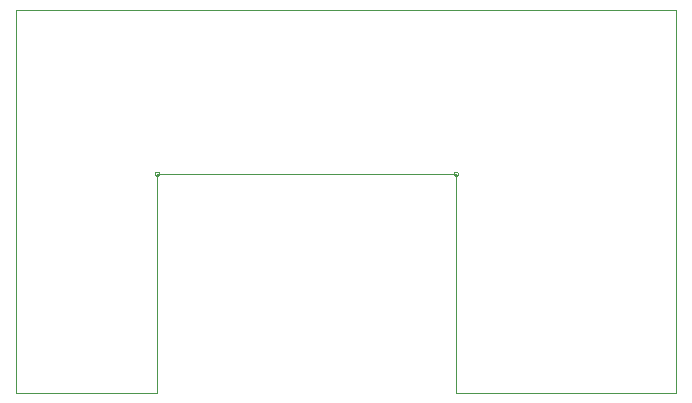
<source format=gbr>
G04 EAGLE Gerber RS-274X export*
G75*
%MOMM*%
%FSLAX34Y34*%
%LPD*%
%IN*%
%IPPOS*%
%AMOC8*
5,1,8,0,0,1.08239X$1,22.5*%
G01*
%ADD10C,0.000000*%


D10*
X0Y0D02*
X119000Y0D01*
X119000Y186000D01*
X372000Y186000D01*
X372000Y0D01*
X558000Y0D01*
X558000Y325000D01*
X0Y325000D01*
X0Y0D01*
X117250Y186000D02*
X117252Y186083D01*
X117258Y186166D01*
X117268Y186249D01*
X117282Y186331D01*
X117299Y186413D01*
X117321Y186493D01*
X117346Y186572D01*
X117375Y186650D01*
X117408Y186727D01*
X117445Y186802D01*
X117484Y186875D01*
X117528Y186946D01*
X117574Y187015D01*
X117624Y187082D01*
X117677Y187146D01*
X117733Y187208D01*
X117792Y187267D01*
X117854Y187323D01*
X117918Y187376D01*
X117985Y187426D01*
X118054Y187472D01*
X118125Y187516D01*
X118198Y187555D01*
X118273Y187592D01*
X118350Y187625D01*
X118428Y187654D01*
X118507Y187679D01*
X118587Y187701D01*
X118669Y187718D01*
X118751Y187732D01*
X118834Y187742D01*
X118917Y187748D01*
X119000Y187750D01*
X119083Y187748D01*
X119166Y187742D01*
X119249Y187732D01*
X119331Y187718D01*
X119413Y187701D01*
X119493Y187679D01*
X119572Y187654D01*
X119650Y187625D01*
X119727Y187592D01*
X119802Y187555D01*
X119875Y187516D01*
X119946Y187472D01*
X120015Y187426D01*
X120082Y187376D01*
X120146Y187323D01*
X120208Y187267D01*
X120267Y187208D01*
X120323Y187146D01*
X120376Y187082D01*
X120426Y187015D01*
X120472Y186946D01*
X120516Y186875D01*
X120555Y186802D01*
X120592Y186727D01*
X120625Y186650D01*
X120654Y186572D01*
X120679Y186493D01*
X120701Y186413D01*
X120718Y186331D01*
X120732Y186249D01*
X120742Y186166D01*
X120748Y186083D01*
X120750Y186000D01*
X120748Y185917D01*
X120742Y185834D01*
X120732Y185751D01*
X120718Y185669D01*
X120701Y185587D01*
X120679Y185507D01*
X120654Y185428D01*
X120625Y185350D01*
X120592Y185273D01*
X120555Y185198D01*
X120516Y185125D01*
X120472Y185054D01*
X120426Y184985D01*
X120376Y184918D01*
X120323Y184854D01*
X120267Y184792D01*
X120208Y184733D01*
X120146Y184677D01*
X120082Y184624D01*
X120015Y184574D01*
X119946Y184528D01*
X119875Y184484D01*
X119802Y184445D01*
X119727Y184408D01*
X119650Y184375D01*
X119572Y184346D01*
X119493Y184321D01*
X119413Y184299D01*
X119331Y184282D01*
X119249Y184268D01*
X119166Y184258D01*
X119083Y184252D01*
X119000Y184250D01*
X118917Y184252D01*
X118834Y184258D01*
X118751Y184268D01*
X118669Y184282D01*
X118587Y184299D01*
X118507Y184321D01*
X118428Y184346D01*
X118350Y184375D01*
X118273Y184408D01*
X118198Y184445D01*
X118125Y184484D01*
X118054Y184528D01*
X117985Y184574D01*
X117918Y184624D01*
X117854Y184677D01*
X117792Y184733D01*
X117733Y184792D01*
X117677Y184854D01*
X117624Y184918D01*
X117574Y184985D01*
X117528Y185054D01*
X117484Y185125D01*
X117445Y185198D01*
X117408Y185273D01*
X117375Y185350D01*
X117346Y185428D01*
X117321Y185507D01*
X117299Y185587D01*
X117282Y185669D01*
X117268Y185751D01*
X117258Y185834D01*
X117252Y185917D01*
X117250Y186000D01*
X370250Y186000D02*
X370252Y186083D01*
X370258Y186166D01*
X370268Y186249D01*
X370282Y186331D01*
X370299Y186413D01*
X370321Y186493D01*
X370346Y186572D01*
X370375Y186650D01*
X370408Y186727D01*
X370445Y186802D01*
X370484Y186875D01*
X370528Y186946D01*
X370574Y187015D01*
X370624Y187082D01*
X370677Y187146D01*
X370733Y187208D01*
X370792Y187267D01*
X370854Y187323D01*
X370918Y187376D01*
X370985Y187426D01*
X371054Y187472D01*
X371125Y187516D01*
X371198Y187555D01*
X371273Y187592D01*
X371350Y187625D01*
X371428Y187654D01*
X371507Y187679D01*
X371587Y187701D01*
X371669Y187718D01*
X371751Y187732D01*
X371834Y187742D01*
X371917Y187748D01*
X372000Y187750D01*
X372083Y187748D01*
X372166Y187742D01*
X372249Y187732D01*
X372331Y187718D01*
X372413Y187701D01*
X372493Y187679D01*
X372572Y187654D01*
X372650Y187625D01*
X372727Y187592D01*
X372802Y187555D01*
X372875Y187516D01*
X372946Y187472D01*
X373015Y187426D01*
X373082Y187376D01*
X373146Y187323D01*
X373208Y187267D01*
X373267Y187208D01*
X373323Y187146D01*
X373376Y187082D01*
X373426Y187015D01*
X373472Y186946D01*
X373516Y186875D01*
X373555Y186802D01*
X373592Y186727D01*
X373625Y186650D01*
X373654Y186572D01*
X373679Y186493D01*
X373701Y186413D01*
X373718Y186331D01*
X373732Y186249D01*
X373742Y186166D01*
X373748Y186083D01*
X373750Y186000D01*
X373748Y185917D01*
X373742Y185834D01*
X373732Y185751D01*
X373718Y185669D01*
X373701Y185587D01*
X373679Y185507D01*
X373654Y185428D01*
X373625Y185350D01*
X373592Y185273D01*
X373555Y185198D01*
X373516Y185125D01*
X373472Y185054D01*
X373426Y184985D01*
X373376Y184918D01*
X373323Y184854D01*
X373267Y184792D01*
X373208Y184733D01*
X373146Y184677D01*
X373082Y184624D01*
X373015Y184574D01*
X372946Y184528D01*
X372875Y184484D01*
X372802Y184445D01*
X372727Y184408D01*
X372650Y184375D01*
X372572Y184346D01*
X372493Y184321D01*
X372413Y184299D01*
X372331Y184282D01*
X372249Y184268D01*
X372166Y184258D01*
X372083Y184252D01*
X372000Y184250D01*
X371917Y184252D01*
X371834Y184258D01*
X371751Y184268D01*
X371669Y184282D01*
X371587Y184299D01*
X371507Y184321D01*
X371428Y184346D01*
X371350Y184375D01*
X371273Y184408D01*
X371198Y184445D01*
X371125Y184484D01*
X371054Y184528D01*
X370985Y184574D01*
X370918Y184624D01*
X370854Y184677D01*
X370792Y184733D01*
X370733Y184792D01*
X370677Y184854D01*
X370624Y184918D01*
X370574Y184985D01*
X370528Y185054D01*
X370484Y185125D01*
X370445Y185198D01*
X370408Y185273D01*
X370375Y185350D01*
X370346Y185428D01*
X370321Y185507D01*
X370299Y185587D01*
X370282Y185669D01*
X370268Y185751D01*
X370258Y185834D01*
X370252Y185917D01*
X370250Y186000D01*
M02*

</source>
